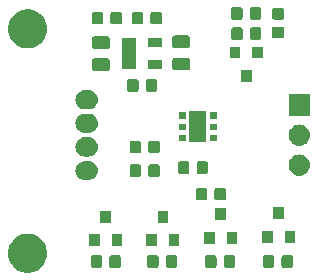
<source format=gts>
G04 #@! TF.GenerationSoftware,KiCad,Pcbnew,(5.1.2)-1*
G04 #@! TF.CreationDate,2022-08-21T12:43:38+09:00*
G04 #@! TF.ProjectId,conv,636f6e76-2e6b-4696-9361-645f70636258,v1.1*
G04 #@! TF.SameCoordinates,Original*
G04 #@! TF.FileFunction,Soldermask,Top*
G04 #@! TF.FilePolarity,Negative*
%FSLAX46Y46*%
G04 Gerber Fmt 4.6, Leading zero omitted, Abs format (unit mm)*
G04 Created by KiCad (PCBNEW (5.1.2)-1) date 2022-08-21 12:43:38*
%MOMM*%
%LPD*%
G04 APERTURE LIST*
%ADD10C,0.100000*%
G04 APERTURE END LIST*
D10*
G36*
X103375256Y-110391298D02*
G01*
X103481579Y-110412447D01*
X103782042Y-110536903D01*
X104052451Y-110717585D01*
X104282415Y-110947549D01*
X104463097Y-111217958D01*
X104538916Y-111401000D01*
X104587553Y-111518422D01*
X104651000Y-111837389D01*
X104651000Y-112162611D01*
X104627142Y-112282552D01*
X104587553Y-112481579D01*
X104463097Y-112782042D01*
X104282415Y-113052451D01*
X104052451Y-113282415D01*
X103782042Y-113463097D01*
X103481579Y-113587553D01*
X103375256Y-113608702D01*
X103162611Y-113651000D01*
X102837389Y-113651000D01*
X102624744Y-113608702D01*
X102518421Y-113587553D01*
X102217958Y-113463097D01*
X101947549Y-113282415D01*
X101717585Y-113052451D01*
X101536903Y-112782042D01*
X101412447Y-112481579D01*
X101372858Y-112282552D01*
X101349000Y-112162611D01*
X101349000Y-111837389D01*
X101412447Y-111518422D01*
X101461085Y-111401000D01*
X101536903Y-111217958D01*
X101717585Y-110947549D01*
X101947549Y-110717585D01*
X102217958Y-110536903D01*
X102518421Y-110412447D01*
X102624744Y-110391298D01*
X102837389Y-110349000D01*
X103162611Y-110349000D01*
X103375256Y-110391298D01*
X103375256Y-110391298D01*
G37*
G36*
X125317591Y-112178085D02*
G01*
X125351569Y-112188393D01*
X125382890Y-112205134D01*
X125410339Y-112227661D01*
X125432866Y-112255110D01*
X125449607Y-112286431D01*
X125459915Y-112320409D01*
X125464000Y-112361890D01*
X125464000Y-113038110D01*
X125459915Y-113079591D01*
X125449607Y-113113569D01*
X125432866Y-113144890D01*
X125410339Y-113172339D01*
X125382890Y-113194866D01*
X125351569Y-113211607D01*
X125317591Y-113221915D01*
X125276110Y-113226000D01*
X124674890Y-113226000D01*
X124633409Y-113221915D01*
X124599431Y-113211607D01*
X124568110Y-113194866D01*
X124540661Y-113172339D01*
X124518134Y-113144890D01*
X124501393Y-113113569D01*
X124491085Y-113079591D01*
X124487000Y-113038110D01*
X124487000Y-112361890D01*
X124491085Y-112320409D01*
X124501393Y-112286431D01*
X124518134Y-112255110D01*
X124540661Y-112227661D01*
X124568110Y-112205134D01*
X124599431Y-112188393D01*
X124633409Y-112178085D01*
X124674890Y-112174000D01*
X125276110Y-112174000D01*
X125317591Y-112178085D01*
X125317591Y-112178085D01*
G37*
G36*
X123742591Y-112178085D02*
G01*
X123776569Y-112188393D01*
X123807890Y-112205134D01*
X123835339Y-112227661D01*
X123857866Y-112255110D01*
X123874607Y-112286431D01*
X123884915Y-112320409D01*
X123889000Y-112361890D01*
X123889000Y-113038110D01*
X123884915Y-113079591D01*
X123874607Y-113113569D01*
X123857866Y-113144890D01*
X123835339Y-113172339D01*
X123807890Y-113194866D01*
X123776569Y-113211607D01*
X123742591Y-113221915D01*
X123701110Y-113226000D01*
X123099890Y-113226000D01*
X123058409Y-113221915D01*
X123024431Y-113211607D01*
X122993110Y-113194866D01*
X122965661Y-113172339D01*
X122943134Y-113144890D01*
X122926393Y-113113569D01*
X122916085Y-113079591D01*
X122912000Y-113038110D01*
X122912000Y-112361890D01*
X122916085Y-112320409D01*
X122926393Y-112286431D01*
X122943134Y-112255110D01*
X122965661Y-112227661D01*
X122993110Y-112205134D01*
X123024431Y-112188393D01*
X123058409Y-112178085D01*
X123099890Y-112174000D01*
X123701110Y-112174000D01*
X123742591Y-112178085D01*
X123742591Y-112178085D01*
G37*
G36*
X110741591Y-112178085D02*
G01*
X110775569Y-112188393D01*
X110806890Y-112205134D01*
X110834339Y-112227661D01*
X110856866Y-112255110D01*
X110873607Y-112286431D01*
X110883915Y-112320409D01*
X110888000Y-112361890D01*
X110888000Y-113038110D01*
X110883915Y-113079591D01*
X110873607Y-113113569D01*
X110856866Y-113144890D01*
X110834339Y-113172339D01*
X110806890Y-113194866D01*
X110775569Y-113211607D01*
X110741591Y-113221915D01*
X110700110Y-113226000D01*
X110098890Y-113226000D01*
X110057409Y-113221915D01*
X110023431Y-113211607D01*
X109992110Y-113194866D01*
X109964661Y-113172339D01*
X109942134Y-113144890D01*
X109925393Y-113113569D01*
X109915085Y-113079591D01*
X109911000Y-113038110D01*
X109911000Y-112361890D01*
X109915085Y-112320409D01*
X109925393Y-112286431D01*
X109942134Y-112255110D01*
X109964661Y-112227661D01*
X109992110Y-112205134D01*
X110023431Y-112188393D01*
X110057409Y-112178085D01*
X110098890Y-112174000D01*
X110700110Y-112174000D01*
X110741591Y-112178085D01*
X110741591Y-112178085D01*
G37*
G36*
X109166591Y-112178085D02*
G01*
X109200569Y-112188393D01*
X109231890Y-112205134D01*
X109259339Y-112227661D01*
X109281866Y-112255110D01*
X109298607Y-112286431D01*
X109308915Y-112320409D01*
X109313000Y-112361890D01*
X109313000Y-113038110D01*
X109308915Y-113079591D01*
X109298607Y-113113569D01*
X109281866Y-113144890D01*
X109259339Y-113172339D01*
X109231890Y-113194866D01*
X109200569Y-113211607D01*
X109166591Y-113221915D01*
X109125110Y-113226000D01*
X108523890Y-113226000D01*
X108482409Y-113221915D01*
X108448431Y-113211607D01*
X108417110Y-113194866D01*
X108389661Y-113172339D01*
X108367134Y-113144890D01*
X108350393Y-113113569D01*
X108340085Y-113079591D01*
X108336000Y-113038110D01*
X108336000Y-112361890D01*
X108340085Y-112320409D01*
X108350393Y-112286431D01*
X108367134Y-112255110D01*
X108389661Y-112227661D01*
X108417110Y-112205134D01*
X108448431Y-112188393D01*
X108482409Y-112178085D01*
X108523890Y-112174000D01*
X109125110Y-112174000D01*
X109166591Y-112178085D01*
X109166591Y-112178085D01*
G37*
G36*
X113942591Y-112178085D02*
G01*
X113976569Y-112188393D01*
X114007890Y-112205134D01*
X114035339Y-112227661D01*
X114057866Y-112255110D01*
X114074607Y-112286431D01*
X114084915Y-112320409D01*
X114089000Y-112361890D01*
X114089000Y-113038110D01*
X114084915Y-113079591D01*
X114074607Y-113113569D01*
X114057866Y-113144890D01*
X114035339Y-113172339D01*
X114007890Y-113194866D01*
X113976569Y-113211607D01*
X113942591Y-113221915D01*
X113901110Y-113226000D01*
X113299890Y-113226000D01*
X113258409Y-113221915D01*
X113224431Y-113211607D01*
X113193110Y-113194866D01*
X113165661Y-113172339D01*
X113143134Y-113144890D01*
X113126393Y-113113569D01*
X113116085Y-113079591D01*
X113112000Y-113038110D01*
X113112000Y-112361890D01*
X113116085Y-112320409D01*
X113126393Y-112286431D01*
X113143134Y-112255110D01*
X113165661Y-112227661D01*
X113193110Y-112205134D01*
X113224431Y-112188393D01*
X113258409Y-112178085D01*
X113299890Y-112174000D01*
X113901110Y-112174000D01*
X113942591Y-112178085D01*
X113942591Y-112178085D01*
G37*
G36*
X120417591Y-112178085D02*
G01*
X120451569Y-112188393D01*
X120482890Y-112205134D01*
X120510339Y-112227661D01*
X120532866Y-112255110D01*
X120549607Y-112286431D01*
X120559915Y-112320409D01*
X120564000Y-112361890D01*
X120564000Y-113038110D01*
X120559915Y-113079591D01*
X120549607Y-113113569D01*
X120532866Y-113144890D01*
X120510339Y-113172339D01*
X120482890Y-113194866D01*
X120451569Y-113211607D01*
X120417591Y-113221915D01*
X120376110Y-113226000D01*
X119774890Y-113226000D01*
X119733409Y-113221915D01*
X119699431Y-113211607D01*
X119668110Y-113194866D01*
X119640661Y-113172339D01*
X119618134Y-113144890D01*
X119601393Y-113113569D01*
X119591085Y-113079591D01*
X119587000Y-113038110D01*
X119587000Y-112361890D01*
X119591085Y-112320409D01*
X119601393Y-112286431D01*
X119618134Y-112255110D01*
X119640661Y-112227661D01*
X119668110Y-112205134D01*
X119699431Y-112188393D01*
X119733409Y-112178085D01*
X119774890Y-112174000D01*
X120376110Y-112174000D01*
X120417591Y-112178085D01*
X120417591Y-112178085D01*
G37*
G36*
X118842591Y-112178085D02*
G01*
X118876569Y-112188393D01*
X118907890Y-112205134D01*
X118935339Y-112227661D01*
X118957866Y-112255110D01*
X118974607Y-112286431D01*
X118984915Y-112320409D01*
X118989000Y-112361890D01*
X118989000Y-113038110D01*
X118984915Y-113079591D01*
X118974607Y-113113569D01*
X118957866Y-113144890D01*
X118935339Y-113172339D01*
X118907890Y-113194866D01*
X118876569Y-113211607D01*
X118842591Y-113221915D01*
X118801110Y-113226000D01*
X118199890Y-113226000D01*
X118158409Y-113221915D01*
X118124431Y-113211607D01*
X118093110Y-113194866D01*
X118065661Y-113172339D01*
X118043134Y-113144890D01*
X118026393Y-113113569D01*
X118016085Y-113079591D01*
X118012000Y-113038110D01*
X118012000Y-112361890D01*
X118016085Y-112320409D01*
X118026393Y-112286431D01*
X118043134Y-112255110D01*
X118065661Y-112227661D01*
X118093110Y-112205134D01*
X118124431Y-112188393D01*
X118158409Y-112178085D01*
X118199890Y-112174000D01*
X118801110Y-112174000D01*
X118842591Y-112178085D01*
X118842591Y-112178085D01*
G37*
G36*
X115517591Y-112178085D02*
G01*
X115551569Y-112188393D01*
X115582890Y-112205134D01*
X115610339Y-112227661D01*
X115632866Y-112255110D01*
X115649607Y-112286431D01*
X115659915Y-112320409D01*
X115664000Y-112361890D01*
X115664000Y-113038110D01*
X115659915Y-113079591D01*
X115649607Y-113113569D01*
X115632866Y-113144890D01*
X115610339Y-113172339D01*
X115582890Y-113194866D01*
X115551569Y-113211607D01*
X115517591Y-113221915D01*
X115476110Y-113226000D01*
X114874890Y-113226000D01*
X114833409Y-113221915D01*
X114799431Y-113211607D01*
X114768110Y-113194866D01*
X114740661Y-113172339D01*
X114718134Y-113144890D01*
X114701393Y-113113569D01*
X114691085Y-113079591D01*
X114687000Y-113038110D01*
X114687000Y-112361890D01*
X114691085Y-112320409D01*
X114701393Y-112286431D01*
X114718134Y-112255110D01*
X114740661Y-112227661D01*
X114768110Y-112205134D01*
X114799431Y-112188393D01*
X114833409Y-112178085D01*
X114874890Y-112174000D01*
X115476110Y-112174000D01*
X115517591Y-112178085D01*
X115517591Y-112178085D01*
G37*
G36*
X109101000Y-111401000D02*
G01*
X108199000Y-111401000D01*
X108199000Y-110399000D01*
X109101000Y-110399000D01*
X109101000Y-111401000D01*
X109101000Y-111401000D01*
G37*
G36*
X115851000Y-111401000D02*
G01*
X114949000Y-111401000D01*
X114949000Y-110399000D01*
X115851000Y-110399000D01*
X115851000Y-111401000D01*
X115851000Y-111401000D01*
G37*
G36*
X113951000Y-111401000D02*
G01*
X113049000Y-111401000D01*
X113049000Y-110399000D01*
X113951000Y-110399000D01*
X113951000Y-111401000D01*
X113951000Y-111401000D01*
G37*
G36*
X111001000Y-111401000D02*
G01*
X110099000Y-111401000D01*
X110099000Y-110399000D01*
X111001000Y-110399000D01*
X111001000Y-111401000D01*
X111001000Y-111401000D01*
G37*
G36*
X118851000Y-111201000D02*
G01*
X117949000Y-111201000D01*
X117949000Y-110199000D01*
X118851000Y-110199000D01*
X118851000Y-111201000D01*
X118851000Y-111201000D01*
G37*
G36*
X120751000Y-111201000D02*
G01*
X119849000Y-111201000D01*
X119849000Y-110199000D01*
X120751000Y-110199000D01*
X120751000Y-111201000D01*
X120751000Y-111201000D01*
G37*
G36*
X125651000Y-111101000D02*
G01*
X124749000Y-111101000D01*
X124749000Y-110099000D01*
X125651000Y-110099000D01*
X125651000Y-111101000D01*
X125651000Y-111101000D01*
G37*
G36*
X123751000Y-111101000D02*
G01*
X122849000Y-111101000D01*
X122849000Y-110099000D01*
X123751000Y-110099000D01*
X123751000Y-111101000D01*
X123751000Y-111101000D01*
G37*
G36*
X114901000Y-109401000D02*
G01*
X113999000Y-109401000D01*
X113999000Y-108399000D01*
X114901000Y-108399000D01*
X114901000Y-109401000D01*
X114901000Y-109401000D01*
G37*
G36*
X110051000Y-109401000D02*
G01*
X109149000Y-109401000D01*
X109149000Y-108399000D01*
X110051000Y-108399000D01*
X110051000Y-109401000D01*
X110051000Y-109401000D01*
G37*
G36*
X119801000Y-109201000D02*
G01*
X118899000Y-109201000D01*
X118899000Y-108199000D01*
X119801000Y-108199000D01*
X119801000Y-109201000D01*
X119801000Y-109201000D01*
G37*
G36*
X124701000Y-109101000D02*
G01*
X123799000Y-109101000D01*
X123799000Y-108099000D01*
X124701000Y-108099000D01*
X124701000Y-109101000D01*
X124701000Y-109101000D01*
G37*
G36*
X119641591Y-106478085D02*
G01*
X119675569Y-106488393D01*
X119706890Y-106505134D01*
X119734339Y-106527661D01*
X119756866Y-106555110D01*
X119773607Y-106586431D01*
X119783915Y-106620409D01*
X119788000Y-106661890D01*
X119788000Y-107338110D01*
X119783915Y-107379591D01*
X119773607Y-107413569D01*
X119756866Y-107444890D01*
X119734339Y-107472339D01*
X119706890Y-107494866D01*
X119675569Y-107511607D01*
X119641591Y-107521915D01*
X119600110Y-107526000D01*
X118998890Y-107526000D01*
X118957409Y-107521915D01*
X118923431Y-107511607D01*
X118892110Y-107494866D01*
X118864661Y-107472339D01*
X118842134Y-107444890D01*
X118825393Y-107413569D01*
X118815085Y-107379591D01*
X118811000Y-107338110D01*
X118811000Y-106661890D01*
X118815085Y-106620409D01*
X118825393Y-106586431D01*
X118842134Y-106555110D01*
X118864661Y-106527661D01*
X118892110Y-106505134D01*
X118923431Y-106488393D01*
X118957409Y-106478085D01*
X118998890Y-106474000D01*
X119600110Y-106474000D01*
X119641591Y-106478085D01*
X119641591Y-106478085D01*
G37*
G36*
X118066591Y-106478085D02*
G01*
X118100569Y-106488393D01*
X118131890Y-106505134D01*
X118159339Y-106527661D01*
X118181866Y-106555110D01*
X118198607Y-106586431D01*
X118208915Y-106620409D01*
X118213000Y-106661890D01*
X118213000Y-107338110D01*
X118208915Y-107379591D01*
X118198607Y-107413569D01*
X118181866Y-107444890D01*
X118159339Y-107472339D01*
X118131890Y-107494866D01*
X118100569Y-107511607D01*
X118066591Y-107521915D01*
X118025110Y-107526000D01*
X117423890Y-107526000D01*
X117382409Y-107521915D01*
X117348431Y-107511607D01*
X117317110Y-107494866D01*
X117289661Y-107472339D01*
X117267134Y-107444890D01*
X117250393Y-107413569D01*
X117240085Y-107379591D01*
X117236000Y-107338110D01*
X117236000Y-106661890D01*
X117240085Y-106620409D01*
X117250393Y-106586431D01*
X117267134Y-106555110D01*
X117289661Y-106527661D01*
X117317110Y-106505134D01*
X117348431Y-106488393D01*
X117382409Y-106478085D01*
X117423890Y-106474000D01*
X118025110Y-106474000D01*
X118066591Y-106478085D01*
X118066591Y-106478085D01*
G37*
G36*
X108217747Y-104190921D02*
G01*
X108297376Y-104198764D01*
X108441858Y-104242592D01*
X108450630Y-104245253D01*
X108591863Y-104320744D01*
X108715659Y-104422341D01*
X108817256Y-104546137D01*
X108892747Y-104687370D01*
X108892748Y-104687373D01*
X108939236Y-104840624D01*
X108954933Y-105000000D01*
X108939236Y-105159376D01*
X108902114Y-105281750D01*
X108892747Y-105312630D01*
X108817256Y-105453863D01*
X108715659Y-105577659D01*
X108591863Y-105679256D01*
X108450630Y-105754747D01*
X108450627Y-105754748D01*
X108297376Y-105801236D01*
X108217747Y-105809079D01*
X108177934Y-105813000D01*
X107822066Y-105813000D01*
X107782253Y-105809079D01*
X107702624Y-105801236D01*
X107549373Y-105754748D01*
X107549370Y-105754747D01*
X107408137Y-105679256D01*
X107284341Y-105577659D01*
X107182744Y-105453863D01*
X107107253Y-105312630D01*
X107097886Y-105281750D01*
X107060764Y-105159376D01*
X107045067Y-105000000D01*
X107060764Y-104840624D01*
X107107252Y-104687373D01*
X107107253Y-104687370D01*
X107182744Y-104546137D01*
X107284341Y-104422341D01*
X107408137Y-104320744D01*
X107549370Y-104245253D01*
X107558142Y-104242592D01*
X107702624Y-104198764D01*
X107782253Y-104190921D01*
X107822066Y-104187000D01*
X108177934Y-104187000D01*
X108217747Y-104190921D01*
X108217747Y-104190921D01*
G37*
G36*
X112454591Y-104478085D02*
G01*
X112488569Y-104488393D01*
X112519890Y-104505134D01*
X112547339Y-104527661D01*
X112569866Y-104555110D01*
X112586607Y-104586431D01*
X112596915Y-104620409D01*
X112601000Y-104661890D01*
X112601000Y-105338110D01*
X112596915Y-105379591D01*
X112586607Y-105413569D01*
X112569866Y-105444890D01*
X112547339Y-105472339D01*
X112519890Y-105494866D01*
X112488569Y-105511607D01*
X112454591Y-105521915D01*
X112413110Y-105526000D01*
X111811890Y-105526000D01*
X111770409Y-105521915D01*
X111736431Y-105511607D01*
X111705110Y-105494866D01*
X111677661Y-105472339D01*
X111655134Y-105444890D01*
X111638393Y-105413569D01*
X111628085Y-105379591D01*
X111624000Y-105338110D01*
X111624000Y-104661890D01*
X111628085Y-104620409D01*
X111638393Y-104586431D01*
X111655134Y-104555110D01*
X111677661Y-104527661D01*
X111705110Y-104505134D01*
X111736431Y-104488393D01*
X111770409Y-104478085D01*
X111811890Y-104474000D01*
X112413110Y-104474000D01*
X112454591Y-104478085D01*
X112454591Y-104478085D01*
G37*
G36*
X114029591Y-104478085D02*
G01*
X114063569Y-104488393D01*
X114094890Y-104505134D01*
X114122339Y-104527661D01*
X114144866Y-104555110D01*
X114161607Y-104586431D01*
X114171915Y-104620409D01*
X114176000Y-104661890D01*
X114176000Y-105338110D01*
X114171915Y-105379591D01*
X114161607Y-105413569D01*
X114144866Y-105444890D01*
X114122339Y-105472339D01*
X114094890Y-105494866D01*
X114063569Y-105511607D01*
X114029591Y-105521915D01*
X113988110Y-105526000D01*
X113386890Y-105526000D01*
X113345409Y-105521915D01*
X113311431Y-105511607D01*
X113280110Y-105494866D01*
X113252661Y-105472339D01*
X113230134Y-105444890D01*
X113213393Y-105413569D01*
X113203085Y-105379591D01*
X113199000Y-105338110D01*
X113199000Y-104661890D01*
X113203085Y-104620409D01*
X113213393Y-104586431D01*
X113230134Y-104555110D01*
X113252661Y-104527661D01*
X113280110Y-104505134D01*
X113311431Y-104488393D01*
X113345409Y-104478085D01*
X113386890Y-104474000D01*
X113988110Y-104474000D01*
X114029591Y-104478085D01*
X114029591Y-104478085D01*
G37*
G36*
X126110442Y-103645518D02*
G01*
X126176627Y-103652037D01*
X126346466Y-103703557D01*
X126502991Y-103787222D01*
X126520067Y-103801236D01*
X126640186Y-103899814D01*
X126723448Y-104001271D01*
X126752778Y-104037009D01*
X126752779Y-104037011D01*
X126832951Y-104187000D01*
X126836443Y-104193534D01*
X126887963Y-104363373D01*
X126905359Y-104540000D01*
X126887963Y-104716627D01*
X126836443Y-104886466D01*
X126752778Y-105042991D01*
X126723448Y-105078729D01*
X126640186Y-105180186D01*
X126561372Y-105244866D01*
X126502991Y-105292778D01*
X126346466Y-105376443D01*
X126176627Y-105427963D01*
X126110443Y-105434481D01*
X126044260Y-105441000D01*
X125955740Y-105441000D01*
X125889557Y-105434481D01*
X125823373Y-105427963D01*
X125653534Y-105376443D01*
X125497009Y-105292778D01*
X125438628Y-105244866D01*
X125359814Y-105180186D01*
X125276552Y-105078729D01*
X125247222Y-105042991D01*
X125163557Y-104886466D01*
X125112037Y-104716627D01*
X125094641Y-104540000D01*
X125112037Y-104363373D01*
X125163557Y-104193534D01*
X125167050Y-104187000D01*
X125247221Y-104037011D01*
X125247222Y-104037009D01*
X125276552Y-104001271D01*
X125359814Y-103899814D01*
X125479933Y-103801236D01*
X125497009Y-103787222D01*
X125653534Y-103703557D01*
X125823373Y-103652037D01*
X125889558Y-103645518D01*
X125955740Y-103639000D01*
X126044260Y-103639000D01*
X126110442Y-103645518D01*
X126110442Y-103645518D01*
G37*
G36*
X118127091Y-104228085D02*
G01*
X118161069Y-104238393D01*
X118192390Y-104255134D01*
X118219839Y-104277661D01*
X118242366Y-104305110D01*
X118259107Y-104336431D01*
X118269415Y-104370409D01*
X118273500Y-104411890D01*
X118273500Y-105088110D01*
X118269415Y-105129591D01*
X118259107Y-105163569D01*
X118242366Y-105194890D01*
X118219839Y-105222339D01*
X118192390Y-105244866D01*
X118161069Y-105261607D01*
X118127091Y-105271915D01*
X118085610Y-105276000D01*
X117484390Y-105276000D01*
X117442909Y-105271915D01*
X117408931Y-105261607D01*
X117377610Y-105244866D01*
X117350161Y-105222339D01*
X117327634Y-105194890D01*
X117310893Y-105163569D01*
X117300585Y-105129591D01*
X117296500Y-105088110D01*
X117296500Y-104411890D01*
X117300585Y-104370409D01*
X117310893Y-104336431D01*
X117327634Y-104305110D01*
X117350161Y-104277661D01*
X117377610Y-104255134D01*
X117408931Y-104238393D01*
X117442909Y-104228085D01*
X117484390Y-104224000D01*
X118085610Y-104224000D01*
X118127091Y-104228085D01*
X118127091Y-104228085D01*
G37*
G36*
X116552091Y-104228085D02*
G01*
X116586069Y-104238393D01*
X116617390Y-104255134D01*
X116644839Y-104277661D01*
X116667366Y-104305110D01*
X116684107Y-104336431D01*
X116694415Y-104370409D01*
X116698500Y-104411890D01*
X116698500Y-105088110D01*
X116694415Y-105129591D01*
X116684107Y-105163569D01*
X116667366Y-105194890D01*
X116644839Y-105222339D01*
X116617390Y-105244866D01*
X116586069Y-105261607D01*
X116552091Y-105271915D01*
X116510610Y-105276000D01*
X115909390Y-105276000D01*
X115867909Y-105271915D01*
X115833931Y-105261607D01*
X115802610Y-105244866D01*
X115775161Y-105222339D01*
X115752634Y-105194890D01*
X115735893Y-105163569D01*
X115725585Y-105129591D01*
X115721500Y-105088110D01*
X115721500Y-104411890D01*
X115725585Y-104370409D01*
X115735893Y-104336431D01*
X115752634Y-104305110D01*
X115775161Y-104277661D01*
X115802610Y-104255134D01*
X115833931Y-104238393D01*
X115867909Y-104228085D01*
X115909390Y-104224000D01*
X116510610Y-104224000D01*
X116552091Y-104228085D01*
X116552091Y-104228085D01*
G37*
G36*
X108217747Y-102190921D02*
G01*
X108297376Y-102198764D01*
X108450627Y-102245252D01*
X108450630Y-102245253D01*
X108591863Y-102320744D01*
X108715659Y-102422341D01*
X108817256Y-102546137D01*
X108892747Y-102687370D01*
X108892748Y-102687373D01*
X108939236Y-102840624D01*
X108954933Y-103000000D01*
X108939236Y-103159376D01*
X108902114Y-103281750D01*
X108892747Y-103312630D01*
X108817256Y-103453863D01*
X108715659Y-103577659D01*
X108591863Y-103679256D01*
X108450630Y-103754747D01*
X108450627Y-103754748D01*
X108297376Y-103801236D01*
X108217747Y-103809079D01*
X108177934Y-103813000D01*
X107822066Y-103813000D01*
X107782253Y-103809079D01*
X107702624Y-103801236D01*
X107549373Y-103754748D01*
X107549370Y-103754747D01*
X107408137Y-103679256D01*
X107284341Y-103577659D01*
X107182744Y-103453863D01*
X107107253Y-103312630D01*
X107097886Y-103281750D01*
X107060764Y-103159376D01*
X107045067Y-103000000D01*
X107060764Y-102840624D01*
X107107252Y-102687373D01*
X107107253Y-102687370D01*
X107182744Y-102546137D01*
X107284341Y-102422341D01*
X107408137Y-102320744D01*
X107549370Y-102245253D01*
X107549373Y-102245252D01*
X107702624Y-102198764D01*
X107782253Y-102190921D01*
X107822066Y-102187000D01*
X108177934Y-102187000D01*
X108217747Y-102190921D01*
X108217747Y-102190921D01*
G37*
G36*
X112454591Y-102478085D02*
G01*
X112488569Y-102488393D01*
X112519890Y-102505134D01*
X112547339Y-102527661D01*
X112569866Y-102555110D01*
X112586607Y-102586431D01*
X112596915Y-102620409D01*
X112601000Y-102661890D01*
X112601000Y-103338110D01*
X112596915Y-103379591D01*
X112586607Y-103413569D01*
X112569866Y-103444890D01*
X112547339Y-103472339D01*
X112519890Y-103494866D01*
X112488569Y-103511607D01*
X112454591Y-103521915D01*
X112413110Y-103526000D01*
X111811890Y-103526000D01*
X111770409Y-103521915D01*
X111736431Y-103511607D01*
X111705110Y-103494866D01*
X111677661Y-103472339D01*
X111655134Y-103444890D01*
X111638393Y-103413569D01*
X111628085Y-103379591D01*
X111624000Y-103338110D01*
X111624000Y-102661890D01*
X111628085Y-102620409D01*
X111638393Y-102586431D01*
X111655134Y-102555110D01*
X111677661Y-102527661D01*
X111705110Y-102505134D01*
X111736431Y-102488393D01*
X111770409Y-102478085D01*
X111811890Y-102474000D01*
X112413110Y-102474000D01*
X112454591Y-102478085D01*
X112454591Y-102478085D01*
G37*
G36*
X114029591Y-102478085D02*
G01*
X114063569Y-102488393D01*
X114094890Y-102505134D01*
X114122339Y-102527661D01*
X114144866Y-102555110D01*
X114161607Y-102586431D01*
X114171915Y-102620409D01*
X114176000Y-102661890D01*
X114176000Y-103338110D01*
X114171915Y-103379591D01*
X114161607Y-103413569D01*
X114144866Y-103444890D01*
X114122339Y-103472339D01*
X114094890Y-103494866D01*
X114063569Y-103511607D01*
X114029591Y-103521915D01*
X113988110Y-103526000D01*
X113386890Y-103526000D01*
X113345409Y-103521915D01*
X113311431Y-103511607D01*
X113280110Y-103494866D01*
X113252661Y-103472339D01*
X113230134Y-103444890D01*
X113213393Y-103413569D01*
X113203085Y-103379591D01*
X113199000Y-103338110D01*
X113199000Y-102661890D01*
X113203085Y-102620409D01*
X113213393Y-102586431D01*
X113230134Y-102555110D01*
X113252661Y-102527661D01*
X113280110Y-102505134D01*
X113311431Y-102488393D01*
X113345409Y-102478085D01*
X113386890Y-102474000D01*
X113988110Y-102474000D01*
X114029591Y-102478085D01*
X114029591Y-102478085D01*
G37*
G36*
X126110442Y-101105518D02*
G01*
X126176627Y-101112037D01*
X126346466Y-101163557D01*
X126502991Y-101247222D01*
X126538729Y-101276552D01*
X126640186Y-101359814D01*
X126717369Y-101453863D01*
X126752778Y-101497009D01*
X126836443Y-101653534D01*
X126887963Y-101823373D01*
X126905359Y-102000000D01*
X126887963Y-102176627D01*
X126836443Y-102346466D01*
X126752778Y-102502991D01*
X126733895Y-102526000D01*
X126640186Y-102640186D01*
X126545063Y-102718250D01*
X126502991Y-102752778D01*
X126346466Y-102836443D01*
X126176627Y-102887963D01*
X126110443Y-102894481D01*
X126044260Y-102901000D01*
X125955740Y-102901000D01*
X125889558Y-102894482D01*
X125823373Y-102887963D01*
X125653534Y-102836443D01*
X125497009Y-102752778D01*
X125454937Y-102718250D01*
X125359814Y-102640186D01*
X125266105Y-102526000D01*
X125247222Y-102502991D01*
X125163557Y-102346466D01*
X125112037Y-102176627D01*
X125094641Y-102000000D01*
X125112037Y-101823373D01*
X125163557Y-101653534D01*
X125247222Y-101497009D01*
X125282631Y-101453863D01*
X125359814Y-101359814D01*
X125461271Y-101276552D01*
X125497009Y-101247222D01*
X125653534Y-101163557D01*
X125823373Y-101112037D01*
X125889558Y-101105518D01*
X125955740Y-101099000D01*
X126044260Y-101099000D01*
X126110442Y-101105518D01*
X126110442Y-101105518D01*
G37*
G36*
X118101000Y-102601000D02*
G01*
X116699000Y-102601000D01*
X116699000Y-99999000D01*
X118101000Y-99999000D01*
X118101000Y-102601000D01*
X118101000Y-102601000D01*
G37*
G36*
X116401000Y-102526000D02*
G01*
X115799000Y-102526000D01*
X115799000Y-101974000D01*
X116401000Y-101974000D01*
X116401000Y-102526000D01*
X116401000Y-102526000D01*
G37*
G36*
X119001000Y-102526000D02*
G01*
X118399000Y-102526000D01*
X118399000Y-101974000D01*
X119001000Y-101974000D01*
X119001000Y-102526000D01*
X119001000Y-102526000D01*
G37*
G36*
X108217747Y-100190921D02*
G01*
X108297376Y-100198764D01*
X108450627Y-100245252D01*
X108450630Y-100245253D01*
X108591863Y-100320744D01*
X108715659Y-100422341D01*
X108817256Y-100546137D01*
X108892747Y-100687370D01*
X108892748Y-100687373D01*
X108939236Y-100840624D01*
X108954933Y-101000000D01*
X108939236Y-101159376D01*
X108912588Y-101247222D01*
X108892747Y-101312630D01*
X108817256Y-101453863D01*
X108715659Y-101577659D01*
X108591863Y-101679256D01*
X108450630Y-101754747D01*
X108450627Y-101754748D01*
X108297376Y-101801236D01*
X108217747Y-101809079D01*
X108177934Y-101813000D01*
X107822066Y-101813000D01*
X107782253Y-101809079D01*
X107702624Y-101801236D01*
X107549373Y-101754748D01*
X107549370Y-101754747D01*
X107408137Y-101679256D01*
X107284341Y-101577659D01*
X107182744Y-101453863D01*
X107107253Y-101312630D01*
X107087412Y-101247222D01*
X107060764Y-101159376D01*
X107045067Y-101000000D01*
X107060764Y-100840624D01*
X107107252Y-100687373D01*
X107107253Y-100687370D01*
X107182744Y-100546137D01*
X107284341Y-100422341D01*
X107408137Y-100320744D01*
X107549370Y-100245253D01*
X107549373Y-100245252D01*
X107702624Y-100198764D01*
X107782253Y-100190921D01*
X107822066Y-100187000D01*
X108177934Y-100187000D01*
X108217747Y-100190921D01*
X108217747Y-100190921D01*
G37*
G36*
X116401000Y-101576000D02*
G01*
X115799000Y-101576000D01*
X115799000Y-101024000D01*
X116401000Y-101024000D01*
X116401000Y-101576000D01*
X116401000Y-101576000D01*
G37*
G36*
X119001000Y-101576000D02*
G01*
X118399000Y-101576000D01*
X118399000Y-101024000D01*
X119001000Y-101024000D01*
X119001000Y-101576000D01*
X119001000Y-101576000D01*
G37*
G36*
X119001000Y-100626000D02*
G01*
X118399000Y-100626000D01*
X118399000Y-100074000D01*
X119001000Y-100074000D01*
X119001000Y-100626000D01*
X119001000Y-100626000D01*
G37*
G36*
X116401000Y-100626000D02*
G01*
X115799000Y-100626000D01*
X115799000Y-100074000D01*
X116401000Y-100074000D01*
X116401000Y-100626000D01*
X116401000Y-100626000D01*
G37*
G36*
X126901000Y-100361000D02*
G01*
X125099000Y-100361000D01*
X125099000Y-98559000D01*
X126901000Y-98559000D01*
X126901000Y-100361000D01*
X126901000Y-100361000D01*
G37*
G36*
X108217747Y-98190921D02*
G01*
X108297376Y-98198764D01*
X108450627Y-98245252D01*
X108450630Y-98245253D01*
X108591863Y-98320744D01*
X108715659Y-98422341D01*
X108817256Y-98546137D01*
X108892747Y-98687370D01*
X108892748Y-98687373D01*
X108939236Y-98840624D01*
X108954933Y-99000000D01*
X108939236Y-99159376D01*
X108892748Y-99312627D01*
X108892747Y-99312630D01*
X108817256Y-99453863D01*
X108715659Y-99577659D01*
X108591863Y-99679256D01*
X108450630Y-99754747D01*
X108450627Y-99754748D01*
X108297376Y-99801236D01*
X108217747Y-99809079D01*
X108177934Y-99813000D01*
X107822066Y-99813000D01*
X107782253Y-99809079D01*
X107702624Y-99801236D01*
X107549373Y-99754748D01*
X107549370Y-99754747D01*
X107408137Y-99679256D01*
X107284341Y-99577659D01*
X107182744Y-99453863D01*
X107107253Y-99312630D01*
X107107252Y-99312627D01*
X107060764Y-99159376D01*
X107045067Y-99000000D01*
X107060764Y-98840624D01*
X107107252Y-98687373D01*
X107107253Y-98687370D01*
X107182744Y-98546137D01*
X107284341Y-98422341D01*
X107408137Y-98320744D01*
X107549370Y-98245253D01*
X107549373Y-98245252D01*
X107702624Y-98198764D01*
X107782253Y-98190921D01*
X107822066Y-98187000D01*
X108177934Y-98187000D01*
X108217747Y-98190921D01*
X108217747Y-98190921D01*
G37*
G36*
X113817591Y-97278085D02*
G01*
X113851569Y-97288393D01*
X113882890Y-97305134D01*
X113910339Y-97327661D01*
X113932866Y-97355110D01*
X113949607Y-97386431D01*
X113959915Y-97420409D01*
X113964000Y-97461890D01*
X113964000Y-98138110D01*
X113959915Y-98179591D01*
X113949607Y-98213569D01*
X113932866Y-98244890D01*
X113910339Y-98272339D01*
X113882890Y-98294866D01*
X113851569Y-98311607D01*
X113817591Y-98321915D01*
X113776110Y-98326000D01*
X113174890Y-98326000D01*
X113133409Y-98321915D01*
X113099431Y-98311607D01*
X113068110Y-98294866D01*
X113040661Y-98272339D01*
X113018134Y-98244890D01*
X113001393Y-98213569D01*
X112991085Y-98179591D01*
X112987000Y-98138110D01*
X112987000Y-97461890D01*
X112991085Y-97420409D01*
X113001393Y-97386431D01*
X113018134Y-97355110D01*
X113040661Y-97327661D01*
X113068110Y-97305134D01*
X113099431Y-97288393D01*
X113133409Y-97278085D01*
X113174890Y-97274000D01*
X113776110Y-97274000D01*
X113817591Y-97278085D01*
X113817591Y-97278085D01*
G37*
G36*
X112242591Y-97278085D02*
G01*
X112276569Y-97288393D01*
X112307890Y-97305134D01*
X112335339Y-97327661D01*
X112357866Y-97355110D01*
X112374607Y-97386431D01*
X112384915Y-97420409D01*
X112389000Y-97461890D01*
X112389000Y-98138110D01*
X112384915Y-98179591D01*
X112374607Y-98213569D01*
X112357866Y-98244890D01*
X112335339Y-98272339D01*
X112307890Y-98294866D01*
X112276569Y-98311607D01*
X112242591Y-98321915D01*
X112201110Y-98326000D01*
X111599890Y-98326000D01*
X111558409Y-98321915D01*
X111524431Y-98311607D01*
X111493110Y-98294866D01*
X111465661Y-98272339D01*
X111443134Y-98244890D01*
X111426393Y-98213569D01*
X111416085Y-98179591D01*
X111412000Y-98138110D01*
X111412000Y-97461890D01*
X111416085Y-97420409D01*
X111426393Y-97386431D01*
X111443134Y-97355110D01*
X111465661Y-97327661D01*
X111493110Y-97305134D01*
X111524431Y-97288393D01*
X111558409Y-97278085D01*
X111599890Y-97274000D01*
X112201110Y-97274000D01*
X112242591Y-97278085D01*
X112242591Y-97278085D01*
G37*
G36*
X121951000Y-97501000D02*
G01*
X121049000Y-97501000D01*
X121049000Y-96499000D01*
X121951000Y-96499000D01*
X121951000Y-97501000D01*
X121951000Y-97501000D01*
G37*
G36*
X109784468Y-95503565D02*
G01*
X109823138Y-95515296D01*
X109858777Y-95534346D01*
X109890017Y-95559983D01*
X109915654Y-95591223D01*
X109934704Y-95626862D01*
X109946435Y-95665532D01*
X109951000Y-95711888D01*
X109951000Y-96363112D01*
X109946435Y-96409468D01*
X109934704Y-96448138D01*
X109915654Y-96483777D01*
X109890017Y-96515017D01*
X109858777Y-96540654D01*
X109823138Y-96559704D01*
X109784468Y-96571435D01*
X109738112Y-96576000D01*
X108661888Y-96576000D01*
X108615532Y-96571435D01*
X108576862Y-96559704D01*
X108541223Y-96540654D01*
X108509983Y-96515017D01*
X108484346Y-96483777D01*
X108465296Y-96448138D01*
X108453565Y-96409468D01*
X108449000Y-96363112D01*
X108449000Y-95711888D01*
X108453565Y-95665532D01*
X108465296Y-95626862D01*
X108484346Y-95591223D01*
X108509983Y-95559983D01*
X108541223Y-95534346D01*
X108576862Y-95515296D01*
X108615532Y-95503565D01*
X108661888Y-95499000D01*
X109738112Y-95499000D01*
X109784468Y-95503565D01*
X109784468Y-95503565D01*
G37*
G36*
X116584468Y-95441065D02*
G01*
X116623138Y-95452796D01*
X116658777Y-95471846D01*
X116690017Y-95497483D01*
X116715654Y-95528723D01*
X116734704Y-95564362D01*
X116746435Y-95603032D01*
X116751000Y-95649388D01*
X116751000Y-96300612D01*
X116746435Y-96346968D01*
X116734704Y-96385638D01*
X116715654Y-96421277D01*
X116690017Y-96452517D01*
X116658777Y-96478154D01*
X116623138Y-96497204D01*
X116584468Y-96508935D01*
X116538112Y-96513500D01*
X115461888Y-96513500D01*
X115415532Y-96508935D01*
X115376862Y-96497204D01*
X115341223Y-96478154D01*
X115309983Y-96452517D01*
X115284346Y-96421277D01*
X115265296Y-96385638D01*
X115253565Y-96346968D01*
X115249000Y-96300612D01*
X115249000Y-95649388D01*
X115253565Y-95603032D01*
X115265296Y-95564362D01*
X115284346Y-95528723D01*
X115309983Y-95497483D01*
X115341223Y-95471846D01*
X115376862Y-95452796D01*
X115415532Y-95441065D01*
X115461888Y-95436500D01*
X116538112Y-95436500D01*
X116584468Y-95441065D01*
X116584468Y-95441065D01*
G37*
G36*
X114381000Y-96426000D02*
G01*
X113219000Y-96426000D01*
X113219000Y-95674000D01*
X114381000Y-95674000D01*
X114381000Y-96426000D01*
X114381000Y-96426000D01*
G37*
G36*
X112181000Y-96426000D02*
G01*
X111019000Y-96426000D01*
X111019000Y-93774000D01*
X112181000Y-93774000D01*
X112181000Y-96426000D01*
X112181000Y-96426000D01*
G37*
G36*
X122901000Y-95501000D02*
G01*
X121999000Y-95501000D01*
X121999000Y-94499000D01*
X122901000Y-94499000D01*
X122901000Y-95501000D01*
X122901000Y-95501000D01*
G37*
G36*
X121001000Y-95501000D02*
G01*
X120099000Y-95501000D01*
X120099000Y-94499000D01*
X121001000Y-94499000D01*
X121001000Y-95501000D01*
X121001000Y-95501000D01*
G37*
G36*
X109784468Y-93628565D02*
G01*
X109823138Y-93640296D01*
X109858777Y-93659346D01*
X109890017Y-93684983D01*
X109915654Y-93716223D01*
X109934704Y-93751862D01*
X109946435Y-93790532D01*
X109951000Y-93836888D01*
X109951000Y-94488112D01*
X109946435Y-94534468D01*
X109934704Y-94573138D01*
X109915654Y-94608777D01*
X109890017Y-94640017D01*
X109858777Y-94665654D01*
X109823138Y-94684704D01*
X109784468Y-94696435D01*
X109738112Y-94701000D01*
X108661888Y-94701000D01*
X108615532Y-94696435D01*
X108576862Y-94684704D01*
X108541223Y-94665654D01*
X108509983Y-94640017D01*
X108484346Y-94608777D01*
X108465296Y-94573138D01*
X108453565Y-94534468D01*
X108449000Y-94488112D01*
X108449000Y-93836888D01*
X108453565Y-93790532D01*
X108465296Y-93751862D01*
X108484346Y-93716223D01*
X108509983Y-93684983D01*
X108541223Y-93659346D01*
X108576862Y-93640296D01*
X108615532Y-93628565D01*
X108661888Y-93624000D01*
X109738112Y-93624000D01*
X109784468Y-93628565D01*
X109784468Y-93628565D01*
G37*
G36*
X103355056Y-91387280D02*
G01*
X103481579Y-91412447D01*
X103782042Y-91536903D01*
X104052451Y-91717585D01*
X104282415Y-91947549D01*
X104463097Y-92217958D01*
X104569659Y-92475220D01*
X104587553Y-92518422D01*
X104649549Y-92830092D01*
X104651000Y-92837391D01*
X104651000Y-93162609D01*
X104587553Y-93481579D01*
X104504639Y-93681750D01*
X104466268Y-93774388D01*
X104463097Y-93782042D01*
X104282415Y-94052451D01*
X104052451Y-94282415D01*
X103782042Y-94463097D01*
X103481579Y-94587553D01*
X103403147Y-94603154D01*
X103162611Y-94651000D01*
X102837389Y-94651000D01*
X102596853Y-94603154D01*
X102518421Y-94587553D01*
X102217958Y-94463097D01*
X101947549Y-94282415D01*
X101717585Y-94052451D01*
X101536903Y-93782042D01*
X101533733Y-93774388D01*
X101495361Y-93681750D01*
X101412447Y-93481579D01*
X101349000Y-93162609D01*
X101349000Y-92837391D01*
X101350452Y-92830092D01*
X101412447Y-92518422D01*
X101430342Y-92475220D01*
X101536903Y-92217958D01*
X101717585Y-91947549D01*
X101947549Y-91717585D01*
X102217958Y-91536903D01*
X102518421Y-91412447D01*
X102644944Y-91387280D01*
X102837389Y-91349000D01*
X103162611Y-91349000D01*
X103355056Y-91387280D01*
X103355056Y-91387280D01*
G37*
G36*
X116584468Y-93566065D02*
G01*
X116623138Y-93577796D01*
X116658777Y-93596846D01*
X116690017Y-93622483D01*
X116715654Y-93653723D01*
X116734704Y-93689362D01*
X116746435Y-93728032D01*
X116751000Y-93774388D01*
X116751000Y-94425612D01*
X116746435Y-94471968D01*
X116734704Y-94510638D01*
X116715654Y-94546277D01*
X116690017Y-94577517D01*
X116658777Y-94603154D01*
X116623138Y-94622204D01*
X116584468Y-94633935D01*
X116538112Y-94638500D01*
X115461888Y-94638500D01*
X115415532Y-94633935D01*
X115376862Y-94622204D01*
X115341223Y-94603154D01*
X115309983Y-94577517D01*
X115284346Y-94546277D01*
X115265296Y-94510638D01*
X115253565Y-94471968D01*
X115249000Y-94425612D01*
X115249000Y-93774388D01*
X115253565Y-93728032D01*
X115265296Y-93689362D01*
X115284346Y-93653723D01*
X115309983Y-93622483D01*
X115341223Y-93596846D01*
X115376862Y-93577796D01*
X115415532Y-93566065D01*
X115461888Y-93561500D01*
X116538112Y-93561500D01*
X116584468Y-93566065D01*
X116584468Y-93566065D01*
G37*
G36*
X114381000Y-94526000D02*
G01*
X113219000Y-94526000D01*
X113219000Y-93774000D01*
X114381000Y-93774000D01*
X114381000Y-94526000D01*
X114381000Y-94526000D01*
G37*
G36*
X121066591Y-92878085D02*
G01*
X121100569Y-92888393D01*
X121131890Y-92905134D01*
X121159339Y-92927661D01*
X121181866Y-92955110D01*
X121198607Y-92986431D01*
X121208915Y-93020409D01*
X121213000Y-93061890D01*
X121213000Y-93738110D01*
X121208915Y-93779591D01*
X121198607Y-93813569D01*
X121181866Y-93844890D01*
X121159339Y-93872339D01*
X121131890Y-93894866D01*
X121100569Y-93911607D01*
X121066591Y-93921915D01*
X121025110Y-93926000D01*
X120423890Y-93926000D01*
X120382409Y-93921915D01*
X120348431Y-93911607D01*
X120317110Y-93894866D01*
X120289661Y-93872339D01*
X120267134Y-93844890D01*
X120250393Y-93813569D01*
X120240085Y-93779591D01*
X120236000Y-93738110D01*
X120236000Y-93061890D01*
X120240085Y-93020409D01*
X120250393Y-92986431D01*
X120267134Y-92955110D01*
X120289661Y-92927661D01*
X120317110Y-92905134D01*
X120348431Y-92888393D01*
X120382409Y-92878085D01*
X120423890Y-92874000D01*
X121025110Y-92874000D01*
X121066591Y-92878085D01*
X121066591Y-92878085D01*
G37*
G36*
X122641591Y-92878085D02*
G01*
X122675569Y-92888393D01*
X122706890Y-92905134D01*
X122734339Y-92927661D01*
X122756866Y-92955110D01*
X122773607Y-92986431D01*
X122783915Y-93020409D01*
X122788000Y-93061890D01*
X122788000Y-93738110D01*
X122783915Y-93779591D01*
X122773607Y-93813569D01*
X122756866Y-93844890D01*
X122734339Y-93872339D01*
X122706890Y-93894866D01*
X122675569Y-93911607D01*
X122641591Y-93921915D01*
X122600110Y-93926000D01*
X121998890Y-93926000D01*
X121957409Y-93921915D01*
X121923431Y-93911607D01*
X121892110Y-93894866D01*
X121864661Y-93872339D01*
X121842134Y-93844890D01*
X121825393Y-93813569D01*
X121815085Y-93779591D01*
X121811000Y-93738110D01*
X121811000Y-93061890D01*
X121815085Y-93020409D01*
X121825393Y-92986431D01*
X121842134Y-92955110D01*
X121864661Y-92927661D01*
X121892110Y-92905134D01*
X121923431Y-92888393D01*
X121957409Y-92878085D01*
X121998890Y-92874000D01*
X122600110Y-92874000D01*
X122641591Y-92878085D01*
X122641591Y-92878085D01*
G37*
G36*
X124579591Y-92815585D02*
G01*
X124613569Y-92825893D01*
X124644890Y-92842634D01*
X124672339Y-92865161D01*
X124694866Y-92892610D01*
X124711607Y-92923931D01*
X124721915Y-92957909D01*
X124726000Y-92999390D01*
X124726000Y-93600610D01*
X124721915Y-93642091D01*
X124711607Y-93676069D01*
X124694866Y-93707390D01*
X124672339Y-93734839D01*
X124644890Y-93757366D01*
X124613569Y-93774107D01*
X124579591Y-93784415D01*
X124538110Y-93788500D01*
X123861890Y-93788500D01*
X123820409Y-93784415D01*
X123786431Y-93774107D01*
X123755110Y-93757366D01*
X123727661Y-93734839D01*
X123705134Y-93707390D01*
X123688393Y-93676069D01*
X123678085Y-93642091D01*
X123674000Y-93600610D01*
X123674000Y-92999390D01*
X123678085Y-92957909D01*
X123688393Y-92923931D01*
X123705134Y-92892610D01*
X123727661Y-92865161D01*
X123755110Y-92842634D01*
X123786431Y-92825893D01*
X123820409Y-92815585D01*
X123861890Y-92811500D01*
X124538110Y-92811500D01*
X124579591Y-92815585D01*
X124579591Y-92815585D01*
G37*
G36*
X110841591Y-91578085D02*
G01*
X110875569Y-91588393D01*
X110906890Y-91605134D01*
X110934339Y-91627661D01*
X110956866Y-91655110D01*
X110973607Y-91686431D01*
X110983915Y-91720409D01*
X110988000Y-91761890D01*
X110988000Y-92438110D01*
X110983915Y-92479591D01*
X110973607Y-92513569D01*
X110956866Y-92544890D01*
X110934339Y-92572339D01*
X110906890Y-92594866D01*
X110875569Y-92611607D01*
X110841591Y-92621915D01*
X110800110Y-92626000D01*
X110198890Y-92626000D01*
X110157409Y-92621915D01*
X110123431Y-92611607D01*
X110092110Y-92594866D01*
X110064661Y-92572339D01*
X110042134Y-92544890D01*
X110025393Y-92513569D01*
X110015085Y-92479591D01*
X110011000Y-92438110D01*
X110011000Y-91761890D01*
X110015085Y-91720409D01*
X110025393Y-91686431D01*
X110042134Y-91655110D01*
X110064661Y-91627661D01*
X110092110Y-91605134D01*
X110123431Y-91588393D01*
X110157409Y-91578085D01*
X110198890Y-91574000D01*
X110800110Y-91574000D01*
X110841591Y-91578085D01*
X110841591Y-91578085D01*
G37*
G36*
X112642591Y-91578085D02*
G01*
X112676569Y-91588393D01*
X112707890Y-91605134D01*
X112735339Y-91627661D01*
X112757866Y-91655110D01*
X112774607Y-91686431D01*
X112784915Y-91720409D01*
X112789000Y-91761890D01*
X112789000Y-92438110D01*
X112784915Y-92479591D01*
X112774607Y-92513569D01*
X112757866Y-92544890D01*
X112735339Y-92572339D01*
X112707890Y-92594866D01*
X112676569Y-92611607D01*
X112642591Y-92621915D01*
X112601110Y-92626000D01*
X111999890Y-92626000D01*
X111958409Y-92621915D01*
X111924431Y-92611607D01*
X111893110Y-92594866D01*
X111865661Y-92572339D01*
X111843134Y-92544890D01*
X111826393Y-92513569D01*
X111816085Y-92479591D01*
X111812000Y-92438110D01*
X111812000Y-91761890D01*
X111816085Y-91720409D01*
X111826393Y-91686431D01*
X111843134Y-91655110D01*
X111865661Y-91627661D01*
X111893110Y-91605134D01*
X111924431Y-91588393D01*
X111958409Y-91578085D01*
X111999890Y-91574000D01*
X112601110Y-91574000D01*
X112642591Y-91578085D01*
X112642591Y-91578085D01*
G37*
G36*
X114217591Y-91578085D02*
G01*
X114251569Y-91588393D01*
X114282890Y-91605134D01*
X114310339Y-91627661D01*
X114332866Y-91655110D01*
X114349607Y-91686431D01*
X114359915Y-91720409D01*
X114364000Y-91761890D01*
X114364000Y-92438110D01*
X114359915Y-92479591D01*
X114349607Y-92513569D01*
X114332866Y-92544890D01*
X114310339Y-92572339D01*
X114282890Y-92594866D01*
X114251569Y-92611607D01*
X114217591Y-92621915D01*
X114176110Y-92626000D01*
X113574890Y-92626000D01*
X113533409Y-92621915D01*
X113499431Y-92611607D01*
X113468110Y-92594866D01*
X113440661Y-92572339D01*
X113418134Y-92544890D01*
X113401393Y-92513569D01*
X113391085Y-92479591D01*
X113387000Y-92438110D01*
X113387000Y-91761890D01*
X113391085Y-91720409D01*
X113401393Y-91686431D01*
X113418134Y-91655110D01*
X113440661Y-91627661D01*
X113468110Y-91605134D01*
X113499431Y-91588393D01*
X113533409Y-91578085D01*
X113574890Y-91574000D01*
X114176110Y-91574000D01*
X114217591Y-91578085D01*
X114217591Y-91578085D01*
G37*
G36*
X109266591Y-91578085D02*
G01*
X109300569Y-91588393D01*
X109331890Y-91605134D01*
X109359339Y-91627661D01*
X109381866Y-91655110D01*
X109398607Y-91686431D01*
X109408915Y-91720409D01*
X109413000Y-91761890D01*
X109413000Y-92438110D01*
X109408915Y-92479591D01*
X109398607Y-92513569D01*
X109381866Y-92544890D01*
X109359339Y-92572339D01*
X109331890Y-92594866D01*
X109300569Y-92611607D01*
X109266591Y-92621915D01*
X109225110Y-92626000D01*
X108623890Y-92626000D01*
X108582409Y-92621915D01*
X108548431Y-92611607D01*
X108517110Y-92594866D01*
X108489661Y-92572339D01*
X108467134Y-92544890D01*
X108450393Y-92513569D01*
X108440085Y-92479591D01*
X108436000Y-92438110D01*
X108436000Y-91761890D01*
X108440085Y-91720409D01*
X108450393Y-91686431D01*
X108467134Y-91655110D01*
X108489661Y-91627661D01*
X108517110Y-91605134D01*
X108548431Y-91588393D01*
X108582409Y-91578085D01*
X108623890Y-91574000D01*
X109225110Y-91574000D01*
X109266591Y-91578085D01*
X109266591Y-91578085D01*
G37*
G36*
X122617591Y-91178085D02*
G01*
X122651569Y-91188393D01*
X122682890Y-91205134D01*
X122710339Y-91227661D01*
X122732866Y-91255110D01*
X122749607Y-91286431D01*
X122759915Y-91320409D01*
X122764000Y-91361890D01*
X122764000Y-92038110D01*
X122759915Y-92079591D01*
X122749607Y-92113569D01*
X122732866Y-92144890D01*
X122710339Y-92172339D01*
X122682890Y-92194866D01*
X122651569Y-92211607D01*
X122617591Y-92221915D01*
X122576110Y-92226000D01*
X121974890Y-92226000D01*
X121933409Y-92221915D01*
X121899431Y-92211607D01*
X121868110Y-92194866D01*
X121840661Y-92172339D01*
X121818134Y-92144890D01*
X121801393Y-92113569D01*
X121791085Y-92079591D01*
X121787000Y-92038110D01*
X121787000Y-91361890D01*
X121791085Y-91320409D01*
X121801393Y-91286431D01*
X121818134Y-91255110D01*
X121840661Y-91227661D01*
X121868110Y-91205134D01*
X121899431Y-91188393D01*
X121933409Y-91178085D01*
X121974890Y-91174000D01*
X122576110Y-91174000D01*
X122617591Y-91178085D01*
X122617591Y-91178085D01*
G37*
G36*
X121042591Y-91178085D02*
G01*
X121076569Y-91188393D01*
X121107890Y-91205134D01*
X121135339Y-91227661D01*
X121157866Y-91255110D01*
X121174607Y-91286431D01*
X121184915Y-91320409D01*
X121189000Y-91361890D01*
X121189000Y-92038110D01*
X121184915Y-92079591D01*
X121174607Y-92113569D01*
X121157866Y-92144890D01*
X121135339Y-92172339D01*
X121107890Y-92194866D01*
X121076569Y-92211607D01*
X121042591Y-92221915D01*
X121001110Y-92226000D01*
X120399890Y-92226000D01*
X120358409Y-92221915D01*
X120324431Y-92211607D01*
X120293110Y-92194866D01*
X120265661Y-92172339D01*
X120243134Y-92144890D01*
X120226393Y-92113569D01*
X120216085Y-92079591D01*
X120212000Y-92038110D01*
X120212000Y-91361890D01*
X120216085Y-91320409D01*
X120226393Y-91286431D01*
X120243134Y-91255110D01*
X120265661Y-91227661D01*
X120293110Y-91205134D01*
X120324431Y-91188393D01*
X120358409Y-91178085D01*
X120399890Y-91174000D01*
X121001110Y-91174000D01*
X121042591Y-91178085D01*
X121042591Y-91178085D01*
G37*
G36*
X124579591Y-91240585D02*
G01*
X124613569Y-91250893D01*
X124644890Y-91267634D01*
X124672339Y-91290161D01*
X124694866Y-91317610D01*
X124711607Y-91348931D01*
X124721915Y-91382909D01*
X124726000Y-91424390D01*
X124726000Y-92025610D01*
X124721915Y-92067091D01*
X124711607Y-92101069D01*
X124694866Y-92132390D01*
X124672339Y-92159839D01*
X124644890Y-92182366D01*
X124613569Y-92199107D01*
X124579591Y-92209415D01*
X124538110Y-92213500D01*
X123861890Y-92213500D01*
X123820409Y-92209415D01*
X123786431Y-92199107D01*
X123755110Y-92182366D01*
X123727661Y-92159839D01*
X123705134Y-92132390D01*
X123688393Y-92101069D01*
X123678085Y-92067091D01*
X123674000Y-92025610D01*
X123674000Y-91424390D01*
X123678085Y-91382909D01*
X123688393Y-91348931D01*
X123705134Y-91317610D01*
X123727661Y-91290161D01*
X123755110Y-91267634D01*
X123786431Y-91250893D01*
X123820409Y-91240585D01*
X123861890Y-91236500D01*
X124538110Y-91236500D01*
X124579591Y-91240585D01*
X124579591Y-91240585D01*
G37*
M02*

</source>
